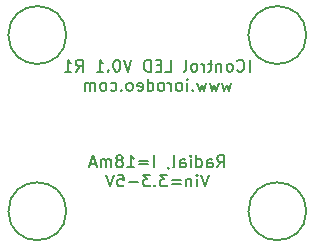
<source format=gbo>
%TF.GenerationSoftware,KiCad,Pcbnew,7.0.2-6a45011f42~172~ubuntu22.04.1*%
%TF.CreationDate,2023-09-16T19:19:40-07:00*%
%TF.ProjectId,i_control_led,695f636f-6e74-4726-9f6c-5f6c65642e6b,rev?*%
%TF.SameCoordinates,Original*%
%TF.FileFunction,Legend,Bot*%
%TF.FilePolarity,Positive*%
%FSLAX46Y46*%
G04 Gerber Fmt 4.6, Leading zero omitted, Abs format (unit mm)*
G04 Created by KiCad (PCBNEW 7.0.2-6a45011f42~172~ubuntu22.04.1) date 2023-09-16 19:19:40*
%MOMM*%
%LPD*%
G01*
G04 APERTURE LIST*
%ADD10C,0.150000*%
G04 APERTURE END LIST*
D10*
X70509524Y-55632619D02*
X70509524Y-54632619D01*
X69461906Y-55537380D02*
X69509525Y-55585000D01*
X69509525Y-55585000D02*
X69652382Y-55632619D01*
X69652382Y-55632619D02*
X69747620Y-55632619D01*
X69747620Y-55632619D02*
X69890477Y-55585000D01*
X69890477Y-55585000D02*
X69985715Y-55489761D01*
X69985715Y-55489761D02*
X70033334Y-55394523D01*
X70033334Y-55394523D02*
X70080953Y-55204047D01*
X70080953Y-55204047D02*
X70080953Y-55061190D01*
X70080953Y-55061190D02*
X70033334Y-54870714D01*
X70033334Y-54870714D02*
X69985715Y-54775476D01*
X69985715Y-54775476D02*
X69890477Y-54680238D01*
X69890477Y-54680238D02*
X69747620Y-54632619D01*
X69747620Y-54632619D02*
X69652382Y-54632619D01*
X69652382Y-54632619D02*
X69509525Y-54680238D01*
X69509525Y-54680238D02*
X69461906Y-54727857D01*
X68890477Y-55632619D02*
X68985715Y-55585000D01*
X68985715Y-55585000D02*
X69033334Y-55537380D01*
X69033334Y-55537380D02*
X69080953Y-55442142D01*
X69080953Y-55442142D02*
X69080953Y-55156428D01*
X69080953Y-55156428D02*
X69033334Y-55061190D01*
X69033334Y-55061190D02*
X68985715Y-55013571D01*
X68985715Y-55013571D02*
X68890477Y-54965952D01*
X68890477Y-54965952D02*
X68747620Y-54965952D01*
X68747620Y-54965952D02*
X68652382Y-55013571D01*
X68652382Y-55013571D02*
X68604763Y-55061190D01*
X68604763Y-55061190D02*
X68557144Y-55156428D01*
X68557144Y-55156428D02*
X68557144Y-55442142D01*
X68557144Y-55442142D02*
X68604763Y-55537380D01*
X68604763Y-55537380D02*
X68652382Y-55585000D01*
X68652382Y-55585000D02*
X68747620Y-55632619D01*
X68747620Y-55632619D02*
X68890477Y-55632619D01*
X68128572Y-54965952D02*
X68128572Y-55632619D01*
X68128572Y-55061190D02*
X68080953Y-55013571D01*
X68080953Y-55013571D02*
X67985715Y-54965952D01*
X67985715Y-54965952D02*
X67842858Y-54965952D01*
X67842858Y-54965952D02*
X67747620Y-55013571D01*
X67747620Y-55013571D02*
X67700001Y-55108809D01*
X67700001Y-55108809D02*
X67700001Y-55632619D01*
X67366667Y-54965952D02*
X66985715Y-54965952D01*
X67223810Y-54632619D02*
X67223810Y-55489761D01*
X67223810Y-55489761D02*
X67176191Y-55585000D01*
X67176191Y-55585000D02*
X67080953Y-55632619D01*
X67080953Y-55632619D02*
X66985715Y-55632619D01*
X66652381Y-55632619D02*
X66652381Y-54965952D01*
X66652381Y-55156428D02*
X66604762Y-55061190D01*
X66604762Y-55061190D02*
X66557143Y-55013571D01*
X66557143Y-55013571D02*
X66461905Y-54965952D01*
X66461905Y-54965952D02*
X66366667Y-54965952D01*
X65890476Y-55632619D02*
X65985714Y-55585000D01*
X65985714Y-55585000D02*
X66033333Y-55537380D01*
X66033333Y-55537380D02*
X66080952Y-55442142D01*
X66080952Y-55442142D02*
X66080952Y-55156428D01*
X66080952Y-55156428D02*
X66033333Y-55061190D01*
X66033333Y-55061190D02*
X65985714Y-55013571D01*
X65985714Y-55013571D02*
X65890476Y-54965952D01*
X65890476Y-54965952D02*
X65747619Y-54965952D01*
X65747619Y-54965952D02*
X65652381Y-55013571D01*
X65652381Y-55013571D02*
X65604762Y-55061190D01*
X65604762Y-55061190D02*
X65557143Y-55156428D01*
X65557143Y-55156428D02*
X65557143Y-55442142D01*
X65557143Y-55442142D02*
X65604762Y-55537380D01*
X65604762Y-55537380D02*
X65652381Y-55585000D01*
X65652381Y-55585000D02*
X65747619Y-55632619D01*
X65747619Y-55632619D02*
X65890476Y-55632619D01*
X64985714Y-55632619D02*
X65080952Y-55585000D01*
X65080952Y-55585000D02*
X65128571Y-55489761D01*
X65128571Y-55489761D02*
X65128571Y-54632619D01*
X63366666Y-55632619D02*
X63842856Y-55632619D01*
X63842856Y-55632619D02*
X63842856Y-54632619D01*
X63033332Y-55108809D02*
X62699999Y-55108809D01*
X62557142Y-55632619D02*
X63033332Y-55632619D01*
X63033332Y-55632619D02*
X63033332Y-54632619D01*
X63033332Y-54632619D02*
X62557142Y-54632619D01*
X62128570Y-55632619D02*
X62128570Y-54632619D01*
X62128570Y-54632619D02*
X61890475Y-54632619D01*
X61890475Y-54632619D02*
X61747618Y-54680238D01*
X61747618Y-54680238D02*
X61652380Y-54775476D01*
X61652380Y-54775476D02*
X61604761Y-54870714D01*
X61604761Y-54870714D02*
X61557142Y-55061190D01*
X61557142Y-55061190D02*
X61557142Y-55204047D01*
X61557142Y-55204047D02*
X61604761Y-55394523D01*
X61604761Y-55394523D02*
X61652380Y-55489761D01*
X61652380Y-55489761D02*
X61747618Y-55585000D01*
X61747618Y-55585000D02*
X61890475Y-55632619D01*
X61890475Y-55632619D02*
X62128570Y-55632619D01*
X60509522Y-54632619D02*
X60176189Y-55632619D01*
X60176189Y-55632619D02*
X59842856Y-54632619D01*
X59319046Y-54632619D02*
X59223808Y-54632619D01*
X59223808Y-54632619D02*
X59128570Y-54680238D01*
X59128570Y-54680238D02*
X59080951Y-54727857D01*
X59080951Y-54727857D02*
X59033332Y-54823095D01*
X59033332Y-54823095D02*
X58985713Y-55013571D01*
X58985713Y-55013571D02*
X58985713Y-55251666D01*
X58985713Y-55251666D02*
X59033332Y-55442142D01*
X59033332Y-55442142D02*
X59080951Y-55537380D01*
X59080951Y-55537380D02*
X59128570Y-55585000D01*
X59128570Y-55585000D02*
X59223808Y-55632619D01*
X59223808Y-55632619D02*
X59319046Y-55632619D01*
X59319046Y-55632619D02*
X59414284Y-55585000D01*
X59414284Y-55585000D02*
X59461903Y-55537380D01*
X59461903Y-55537380D02*
X59509522Y-55442142D01*
X59509522Y-55442142D02*
X59557141Y-55251666D01*
X59557141Y-55251666D02*
X59557141Y-55013571D01*
X59557141Y-55013571D02*
X59509522Y-54823095D01*
X59509522Y-54823095D02*
X59461903Y-54727857D01*
X59461903Y-54727857D02*
X59414284Y-54680238D01*
X59414284Y-54680238D02*
X59319046Y-54632619D01*
X58557141Y-55537380D02*
X58509522Y-55585000D01*
X58509522Y-55585000D02*
X58557141Y-55632619D01*
X58557141Y-55632619D02*
X58604760Y-55585000D01*
X58604760Y-55585000D02*
X58557141Y-55537380D01*
X58557141Y-55537380D02*
X58557141Y-55632619D01*
X57557142Y-55632619D02*
X58128570Y-55632619D01*
X57842856Y-55632619D02*
X57842856Y-54632619D01*
X57842856Y-54632619D02*
X57938094Y-54775476D01*
X57938094Y-54775476D02*
X58033332Y-54870714D01*
X58033332Y-54870714D02*
X58128570Y-54918333D01*
X55795237Y-55632619D02*
X56128570Y-55156428D01*
X56366665Y-55632619D02*
X56366665Y-54632619D01*
X56366665Y-54632619D02*
X55985713Y-54632619D01*
X55985713Y-54632619D02*
X55890475Y-54680238D01*
X55890475Y-54680238D02*
X55842856Y-54727857D01*
X55842856Y-54727857D02*
X55795237Y-54823095D01*
X55795237Y-54823095D02*
X55795237Y-54965952D01*
X55795237Y-54965952D02*
X55842856Y-55061190D01*
X55842856Y-55061190D02*
X55890475Y-55108809D01*
X55890475Y-55108809D02*
X55985713Y-55156428D01*
X55985713Y-55156428D02*
X56366665Y-55156428D01*
X54842856Y-55632619D02*
X55414284Y-55632619D01*
X55128570Y-55632619D02*
X55128570Y-54632619D01*
X55128570Y-54632619D02*
X55223808Y-54775476D01*
X55223808Y-54775476D02*
X55319046Y-54870714D01*
X55319046Y-54870714D02*
X55414284Y-54918333D01*
X68938094Y-56585952D02*
X68747618Y-57252619D01*
X68747618Y-57252619D02*
X68557142Y-56776428D01*
X68557142Y-56776428D02*
X68366666Y-57252619D01*
X68366666Y-57252619D02*
X68176190Y-56585952D01*
X67890475Y-56585952D02*
X67699999Y-57252619D01*
X67699999Y-57252619D02*
X67509523Y-56776428D01*
X67509523Y-56776428D02*
X67319047Y-57252619D01*
X67319047Y-57252619D02*
X67128571Y-56585952D01*
X66842856Y-56585952D02*
X66652380Y-57252619D01*
X66652380Y-57252619D02*
X66461904Y-56776428D01*
X66461904Y-56776428D02*
X66271428Y-57252619D01*
X66271428Y-57252619D02*
X66080952Y-56585952D01*
X65699999Y-57157380D02*
X65652380Y-57205000D01*
X65652380Y-57205000D02*
X65699999Y-57252619D01*
X65699999Y-57252619D02*
X65747618Y-57205000D01*
X65747618Y-57205000D02*
X65699999Y-57157380D01*
X65699999Y-57157380D02*
X65699999Y-57252619D01*
X65223809Y-57252619D02*
X65223809Y-56585952D01*
X65223809Y-56252619D02*
X65271428Y-56300238D01*
X65271428Y-56300238D02*
X65223809Y-56347857D01*
X65223809Y-56347857D02*
X65176190Y-56300238D01*
X65176190Y-56300238D02*
X65223809Y-56252619D01*
X65223809Y-56252619D02*
X65223809Y-56347857D01*
X64604762Y-57252619D02*
X64700000Y-57205000D01*
X64700000Y-57205000D02*
X64747619Y-57157380D01*
X64747619Y-57157380D02*
X64795238Y-57062142D01*
X64795238Y-57062142D02*
X64795238Y-56776428D01*
X64795238Y-56776428D02*
X64747619Y-56681190D01*
X64747619Y-56681190D02*
X64700000Y-56633571D01*
X64700000Y-56633571D02*
X64604762Y-56585952D01*
X64604762Y-56585952D02*
X64461905Y-56585952D01*
X64461905Y-56585952D02*
X64366667Y-56633571D01*
X64366667Y-56633571D02*
X64319048Y-56681190D01*
X64319048Y-56681190D02*
X64271429Y-56776428D01*
X64271429Y-56776428D02*
X64271429Y-57062142D01*
X64271429Y-57062142D02*
X64319048Y-57157380D01*
X64319048Y-57157380D02*
X64366667Y-57205000D01*
X64366667Y-57205000D02*
X64461905Y-57252619D01*
X64461905Y-57252619D02*
X64604762Y-57252619D01*
X63842857Y-57252619D02*
X63842857Y-56585952D01*
X63842857Y-56776428D02*
X63795238Y-56681190D01*
X63795238Y-56681190D02*
X63747619Y-56633571D01*
X63747619Y-56633571D02*
X63652381Y-56585952D01*
X63652381Y-56585952D02*
X63557143Y-56585952D01*
X63080952Y-57252619D02*
X63176190Y-57205000D01*
X63176190Y-57205000D02*
X63223809Y-57157380D01*
X63223809Y-57157380D02*
X63271428Y-57062142D01*
X63271428Y-57062142D02*
X63271428Y-56776428D01*
X63271428Y-56776428D02*
X63223809Y-56681190D01*
X63223809Y-56681190D02*
X63176190Y-56633571D01*
X63176190Y-56633571D02*
X63080952Y-56585952D01*
X63080952Y-56585952D02*
X62938095Y-56585952D01*
X62938095Y-56585952D02*
X62842857Y-56633571D01*
X62842857Y-56633571D02*
X62795238Y-56681190D01*
X62795238Y-56681190D02*
X62747619Y-56776428D01*
X62747619Y-56776428D02*
X62747619Y-57062142D01*
X62747619Y-57062142D02*
X62795238Y-57157380D01*
X62795238Y-57157380D02*
X62842857Y-57205000D01*
X62842857Y-57205000D02*
X62938095Y-57252619D01*
X62938095Y-57252619D02*
X63080952Y-57252619D01*
X61890476Y-57252619D02*
X61890476Y-56252619D01*
X61890476Y-57205000D02*
X61985714Y-57252619D01*
X61985714Y-57252619D02*
X62176190Y-57252619D01*
X62176190Y-57252619D02*
X62271428Y-57205000D01*
X62271428Y-57205000D02*
X62319047Y-57157380D01*
X62319047Y-57157380D02*
X62366666Y-57062142D01*
X62366666Y-57062142D02*
X62366666Y-56776428D01*
X62366666Y-56776428D02*
X62319047Y-56681190D01*
X62319047Y-56681190D02*
X62271428Y-56633571D01*
X62271428Y-56633571D02*
X62176190Y-56585952D01*
X62176190Y-56585952D02*
X61985714Y-56585952D01*
X61985714Y-56585952D02*
X61890476Y-56633571D01*
X61033333Y-57205000D02*
X61128571Y-57252619D01*
X61128571Y-57252619D02*
X61319047Y-57252619D01*
X61319047Y-57252619D02*
X61414285Y-57205000D01*
X61414285Y-57205000D02*
X61461904Y-57109761D01*
X61461904Y-57109761D02*
X61461904Y-56728809D01*
X61461904Y-56728809D02*
X61414285Y-56633571D01*
X61414285Y-56633571D02*
X61319047Y-56585952D01*
X61319047Y-56585952D02*
X61128571Y-56585952D01*
X61128571Y-56585952D02*
X61033333Y-56633571D01*
X61033333Y-56633571D02*
X60985714Y-56728809D01*
X60985714Y-56728809D02*
X60985714Y-56824047D01*
X60985714Y-56824047D02*
X61461904Y-56919285D01*
X60414285Y-57252619D02*
X60509523Y-57205000D01*
X60509523Y-57205000D02*
X60557142Y-57157380D01*
X60557142Y-57157380D02*
X60604761Y-57062142D01*
X60604761Y-57062142D02*
X60604761Y-56776428D01*
X60604761Y-56776428D02*
X60557142Y-56681190D01*
X60557142Y-56681190D02*
X60509523Y-56633571D01*
X60509523Y-56633571D02*
X60414285Y-56585952D01*
X60414285Y-56585952D02*
X60271428Y-56585952D01*
X60271428Y-56585952D02*
X60176190Y-56633571D01*
X60176190Y-56633571D02*
X60128571Y-56681190D01*
X60128571Y-56681190D02*
X60080952Y-56776428D01*
X60080952Y-56776428D02*
X60080952Y-57062142D01*
X60080952Y-57062142D02*
X60128571Y-57157380D01*
X60128571Y-57157380D02*
X60176190Y-57205000D01*
X60176190Y-57205000D02*
X60271428Y-57252619D01*
X60271428Y-57252619D02*
X60414285Y-57252619D01*
X59652380Y-57157380D02*
X59604761Y-57205000D01*
X59604761Y-57205000D02*
X59652380Y-57252619D01*
X59652380Y-57252619D02*
X59699999Y-57205000D01*
X59699999Y-57205000D02*
X59652380Y-57157380D01*
X59652380Y-57157380D02*
X59652380Y-57252619D01*
X58747619Y-57205000D02*
X58842857Y-57252619D01*
X58842857Y-57252619D02*
X59033333Y-57252619D01*
X59033333Y-57252619D02*
X59128571Y-57205000D01*
X59128571Y-57205000D02*
X59176190Y-57157380D01*
X59176190Y-57157380D02*
X59223809Y-57062142D01*
X59223809Y-57062142D02*
X59223809Y-56776428D01*
X59223809Y-56776428D02*
X59176190Y-56681190D01*
X59176190Y-56681190D02*
X59128571Y-56633571D01*
X59128571Y-56633571D02*
X59033333Y-56585952D01*
X59033333Y-56585952D02*
X58842857Y-56585952D01*
X58842857Y-56585952D02*
X58747619Y-56633571D01*
X58176190Y-57252619D02*
X58271428Y-57205000D01*
X58271428Y-57205000D02*
X58319047Y-57157380D01*
X58319047Y-57157380D02*
X58366666Y-57062142D01*
X58366666Y-57062142D02*
X58366666Y-56776428D01*
X58366666Y-56776428D02*
X58319047Y-56681190D01*
X58319047Y-56681190D02*
X58271428Y-56633571D01*
X58271428Y-56633571D02*
X58176190Y-56585952D01*
X58176190Y-56585952D02*
X58033333Y-56585952D01*
X58033333Y-56585952D02*
X57938095Y-56633571D01*
X57938095Y-56633571D02*
X57890476Y-56681190D01*
X57890476Y-56681190D02*
X57842857Y-56776428D01*
X57842857Y-56776428D02*
X57842857Y-57062142D01*
X57842857Y-57062142D02*
X57890476Y-57157380D01*
X57890476Y-57157380D02*
X57938095Y-57205000D01*
X57938095Y-57205000D02*
X58033333Y-57252619D01*
X58033333Y-57252619D02*
X58176190Y-57252619D01*
X57414285Y-57252619D02*
X57414285Y-56585952D01*
X57414285Y-56681190D02*
X57366666Y-56633571D01*
X57366666Y-56633571D02*
X57271428Y-56585952D01*
X57271428Y-56585952D02*
X57128571Y-56585952D01*
X57128571Y-56585952D02*
X57033333Y-56633571D01*
X57033333Y-56633571D02*
X56985714Y-56728809D01*
X56985714Y-56728809D02*
X56985714Y-57252619D01*
X56985714Y-56728809D02*
X56938095Y-56633571D01*
X56938095Y-56633571D02*
X56842857Y-56585952D01*
X56842857Y-56585952D02*
X56700000Y-56585952D01*
X56700000Y-56585952D02*
X56604761Y-56633571D01*
X56604761Y-56633571D02*
X56557142Y-56728809D01*
X56557142Y-56728809D02*
X56557142Y-57252619D01*
X67771428Y-63732619D02*
X68104761Y-63256428D01*
X68342856Y-63732619D02*
X68342856Y-62732619D01*
X68342856Y-62732619D02*
X67961904Y-62732619D01*
X67961904Y-62732619D02*
X67866666Y-62780238D01*
X67866666Y-62780238D02*
X67819047Y-62827857D01*
X67819047Y-62827857D02*
X67771428Y-62923095D01*
X67771428Y-62923095D02*
X67771428Y-63065952D01*
X67771428Y-63065952D02*
X67819047Y-63161190D01*
X67819047Y-63161190D02*
X67866666Y-63208809D01*
X67866666Y-63208809D02*
X67961904Y-63256428D01*
X67961904Y-63256428D02*
X68342856Y-63256428D01*
X66914285Y-63732619D02*
X66914285Y-63208809D01*
X66914285Y-63208809D02*
X66961904Y-63113571D01*
X66961904Y-63113571D02*
X67057142Y-63065952D01*
X67057142Y-63065952D02*
X67247618Y-63065952D01*
X67247618Y-63065952D02*
X67342856Y-63113571D01*
X66914285Y-63685000D02*
X67009523Y-63732619D01*
X67009523Y-63732619D02*
X67247618Y-63732619D01*
X67247618Y-63732619D02*
X67342856Y-63685000D01*
X67342856Y-63685000D02*
X67390475Y-63589761D01*
X67390475Y-63589761D02*
X67390475Y-63494523D01*
X67390475Y-63494523D02*
X67342856Y-63399285D01*
X67342856Y-63399285D02*
X67247618Y-63351666D01*
X67247618Y-63351666D02*
X67009523Y-63351666D01*
X67009523Y-63351666D02*
X66914285Y-63304047D01*
X66009523Y-63732619D02*
X66009523Y-62732619D01*
X66009523Y-63685000D02*
X66104761Y-63732619D01*
X66104761Y-63732619D02*
X66295237Y-63732619D01*
X66295237Y-63732619D02*
X66390475Y-63685000D01*
X66390475Y-63685000D02*
X66438094Y-63637380D01*
X66438094Y-63637380D02*
X66485713Y-63542142D01*
X66485713Y-63542142D02*
X66485713Y-63256428D01*
X66485713Y-63256428D02*
X66438094Y-63161190D01*
X66438094Y-63161190D02*
X66390475Y-63113571D01*
X66390475Y-63113571D02*
X66295237Y-63065952D01*
X66295237Y-63065952D02*
X66104761Y-63065952D01*
X66104761Y-63065952D02*
X66009523Y-63113571D01*
X65533332Y-63732619D02*
X65533332Y-63065952D01*
X65533332Y-62732619D02*
X65580951Y-62780238D01*
X65580951Y-62780238D02*
X65533332Y-62827857D01*
X65533332Y-62827857D02*
X65485713Y-62780238D01*
X65485713Y-62780238D02*
X65533332Y-62732619D01*
X65533332Y-62732619D02*
X65533332Y-62827857D01*
X64628571Y-63732619D02*
X64628571Y-63208809D01*
X64628571Y-63208809D02*
X64676190Y-63113571D01*
X64676190Y-63113571D02*
X64771428Y-63065952D01*
X64771428Y-63065952D02*
X64961904Y-63065952D01*
X64961904Y-63065952D02*
X65057142Y-63113571D01*
X64628571Y-63685000D02*
X64723809Y-63732619D01*
X64723809Y-63732619D02*
X64961904Y-63732619D01*
X64961904Y-63732619D02*
X65057142Y-63685000D01*
X65057142Y-63685000D02*
X65104761Y-63589761D01*
X65104761Y-63589761D02*
X65104761Y-63494523D01*
X65104761Y-63494523D02*
X65057142Y-63399285D01*
X65057142Y-63399285D02*
X64961904Y-63351666D01*
X64961904Y-63351666D02*
X64723809Y-63351666D01*
X64723809Y-63351666D02*
X64628571Y-63304047D01*
X64009523Y-63732619D02*
X64104761Y-63685000D01*
X64104761Y-63685000D02*
X64152380Y-63589761D01*
X64152380Y-63589761D02*
X64152380Y-62732619D01*
X63580951Y-63685000D02*
X63580951Y-63732619D01*
X63580951Y-63732619D02*
X63628570Y-63827857D01*
X63628570Y-63827857D02*
X63676189Y-63875476D01*
X62390475Y-63732619D02*
X62390475Y-62732619D01*
X61914285Y-63208809D02*
X61152381Y-63208809D01*
X61152381Y-63494523D02*
X61914285Y-63494523D01*
X60152381Y-63732619D02*
X60723809Y-63732619D01*
X60438095Y-63732619D02*
X60438095Y-62732619D01*
X60438095Y-62732619D02*
X60533333Y-62875476D01*
X60533333Y-62875476D02*
X60628571Y-62970714D01*
X60628571Y-62970714D02*
X60723809Y-63018333D01*
X59580952Y-63161190D02*
X59676190Y-63113571D01*
X59676190Y-63113571D02*
X59723809Y-63065952D01*
X59723809Y-63065952D02*
X59771428Y-62970714D01*
X59771428Y-62970714D02*
X59771428Y-62923095D01*
X59771428Y-62923095D02*
X59723809Y-62827857D01*
X59723809Y-62827857D02*
X59676190Y-62780238D01*
X59676190Y-62780238D02*
X59580952Y-62732619D01*
X59580952Y-62732619D02*
X59390476Y-62732619D01*
X59390476Y-62732619D02*
X59295238Y-62780238D01*
X59295238Y-62780238D02*
X59247619Y-62827857D01*
X59247619Y-62827857D02*
X59200000Y-62923095D01*
X59200000Y-62923095D02*
X59200000Y-62970714D01*
X59200000Y-62970714D02*
X59247619Y-63065952D01*
X59247619Y-63065952D02*
X59295238Y-63113571D01*
X59295238Y-63113571D02*
X59390476Y-63161190D01*
X59390476Y-63161190D02*
X59580952Y-63161190D01*
X59580952Y-63161190D02*
X59676190Y-63208809D01*
X59676190Y-63208809D02*
X59723809Y-63256428D01*
X59723809Y-63256428D02*
X59771428Y-63351666D01*
X59771428Y-63351666D02*
X59771428Y-63542142D01*
X59771428Y-63542142D02*
X59723809Y-63637380D01*
X59723809Y-63637380D02*
X59676190Y-63685000D01*
X59676190Y-63685000D02*
X59580952Y-63732619D01*
X59580952Y-63732619D02*
X59390476Y-63732619D01*
X59390476Y-63732619D02*
X59295238Y-63685000D01*
X59295238Y-63685000D02*
X59247619Y-63637380D01*
X59247619Y-63637380D02*
X59200000Y-63542142D01*
X59200000Y-63542142D02*
X59200000Y-63351666D01*
X59200000Y-63351666D02*
X59247619Y-63256428D01*
X59247619Y-63256428D02*
X59295238Y-63208809D01*
X59295238Y-63208809D02*
X59390476Y-63161190D01*
X58771428Y-63732619D02*
X58771428Y-63065952D01*
X58771428Y-63161190D02*
X58723809Y-63113571D01*
X58723809Y-63113571D02*
X58628571Y-63065952D01*
X58628571Y-63065952D02*
X58485714Y-63065952D01*
X58485714Y-63065952D02*
X58390476Y-63113571D01*
X58390476Y-63113571D02*
X58342857Y-63208809D01*
X58342857Y-63208809D02*
X58342857Y-63732619D01*
X58342857Y-63208809D02*
X58295238Y-63113571D01*
X58295238Y-63113571D02*
X58200000Y-63065952D01*
X58200000Y-63065952D02*
X58057143Y-63065952D01*
X58057143Y-63065952D02*
X57961904Y-63113571D01*
X57961904Y-63113571D02*
X57914285Y-63208809D01*
X57914285Y-63208809D02*
X57914285Y-63732619D01*
X57485714Y-63446904D02*
X57009524Y-63446904D01*
X57580952Y-63732619D02*
X57247619Y-62732619D01*
X57247619Y-62732619D02*
X56914286Y-63732619D01*
X67057141Y-64352619D02*
X66723808Y-65352619D01*
X66723808Y-65352619D02*
X66390475Y-64352619D01*
X66057141Y-65352619D02*
X66057141Y-64685952D01*
X66057141Y-64352619D02*
X66104760Y-64400238D01*
X66104760Y-64400238D02*
X66057141Y-64447857D01*
X66057141Y-64447857D02*
X66009522Y-64400238D01*
X66009522Y-64400238D02*
X66057141Y-64352619D01*
X66057141Y-64352619D02*
X66057141Y-64447857D01*
X65580951Y-64685952D02*
X65580951Y-65352619D01*
X65580951Y-64781190D02*
X65533332Y-64733571D01*
X65533332Y-64733571D02*
X65438094Y-64685952D01*
X65438094Y-64685952D02*
X65295237Y-64685952D01*
X65295237Y-64685952D02*
X65199999Y-64733571D01*
X65199999Y-64733571D02*
X65152380Y-64828809D01*
X65152380Y-64828809D02*
X65152380Y-65352619D01*
X64676189Y-64828809D02*
X63914285Y-64828809D01*
X63914285Y-65114523D02*
X64676189Y-65114523D01*
X63533332Y-64352619D02*
X62914285Y-64352619D01*
X62914285Y-64352619D02*
X63247618Y-64733571D01*
X63247618Y-64733571D02*
X63104761Y-64733571D01*
X63104761Y-64733571D02*
X63009523Y-64781190D01*
X63009523Y-64781190D02*
X62961904Y-64828809D01*
X62961904Y-64828809D02*
X62914285Y-64924047D01*
X62914285Y-64924047D02*
X62914285Y-65162142D01*
X62914285Y-65162142D02*
X62961904Y-65257380D01*
X62961904Y-65257380D02*
X63009523Y-65305000D01*
X63009523Y-65305000D02*
X63104761Y-65352619D01*
X63104761Y-65352619D02*
X63390475Y-65352619D01*
X63390475Y-65352619D02*
X63485713Y-65305000D01*
X63485713Y-65305000D02*
X63533332Y-65257380D01*
X62485713Y-65257380D02*
X62438094Y-65305000D01*
X62438094Y-65305000D02*
X62485713Y-65352619D01*
X62485713Y-65352619D02*
X62533332Y-65305000D01*
X62533332Y-65305000D02*
X62485713Y-65257380D01*
X62485713Y-65257380D02*
X62485713Y-65352619D01*
X62104761Y-64352619D02*
X61485714Y-64352619D01*
X61485714Y-64352619D02*
X61819047Y-64733571D01*
X61819047Y-64733571D02*
X61676190Y-64733571D01*
X61676190Y-64733571D02*
X61580952Y-64781190D01*
X61580952Y-64781190D02*
X61533333Y-64828809D01*
X61533333Y-64828809D02*
X61485714Y-64924047D01*
X61485714Y-64924047D02*
X61485714Y-65162142D01*
X61485714Y-65162142D02*
X61533333Y-65257380D01*
X61533333Y-65257380D02*
X61580952Y-65305000D01*
X61580952Y-65305000D02*
X61676190Y-65352619D01*
X61676190Y-65352619D02*
X61961904Y-65352619D01*
X61961904Y-65352619D02*
X62057142Y-65305000D01*
X62057142Y-65305000D02*
X62104761Y-65257380D01*
X61057142Y-64971666D02*
X60295238Y-64971666D01*
X59342857Y-64352619D02*
X59819047Y-64352619D01*
X59819047Y-64352619D02*
X59866666Y-64828809D01*
X59866666Y-64828809D02*
X59819047Y-64781190D01*
X59819047Y-64781190D02*
X59723809Y-64733571D01*
X59723809Y-64733571D02*
X59485714Y-64733571D01*
X59485714Y-64733571D02*
X59390476Y-64781190D01*
X59390476Y-64781190D02*
X59342857Y-64828809D01*
X59342857Y-64828809D02*
X59295238Y-64924047D01*
X59295238Y-64924047D02*
X59295238Y-65162142D01*
X59295238Y-65162142D02*
X59342857Y-65257380D01*
X59342857Y-65257380D02*
X59390476Y-65305000D01*
X59390476Y-65305000D02*
X59485714Y-65352619D01*
X59485714Y-65352619D02*
X59723809Y-65352619D01*
X59723809Y-65352619D02*
X59819047Y-65305000D01*
X59819047Y-65305000D02*
X59866666Y-65257380D01*
X59009523Y-64352619D02*
X58676190Y-65352619D01*
X58676190Y-65352619D02*
X58342857Y-64352619D01*
%TO.C,M1*%
X54990000Y-52540000D02*
G75*
G03*
X54990000Y-52540000I-2450000J0D01*
G01*
%TO.C,M2*%
X75310000Y-52540000D02*
G75*
G03*
X75310000Y-52540000I-2450000J0D01*
G01*
%TO.C,M3*%
X75310000Y-67460000D02*
G75*
G03*
X75310000Y-67460000I-2450000J0D01*
G01*
%TO.C,M4*%
X54990000Y-67460000D02*
G75*
G03*
X54990000Y-67460000I-2450000J0D01*
G01*
%TD*%
M02*

</source>
